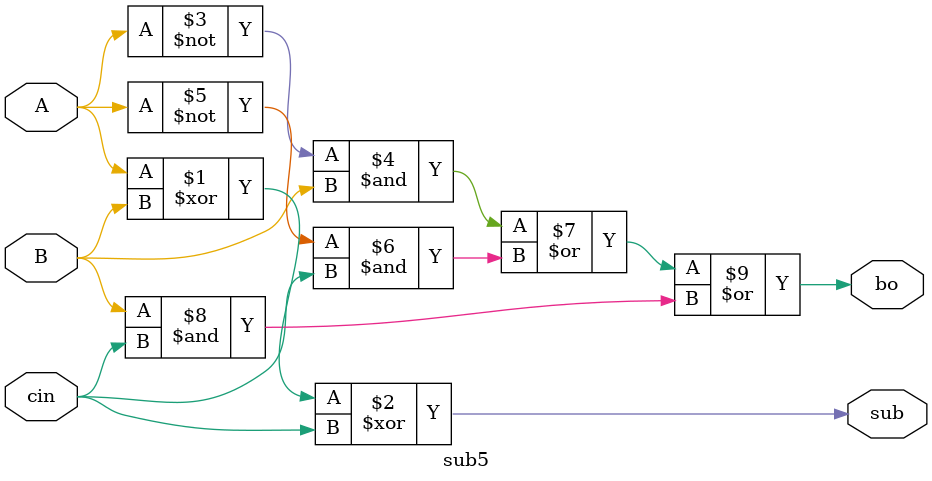
<source format=v>
module sub5(A,B,cin,sub,bo);

	input A,B,cin;
	output sub,bo;

	assign sub = A^B^cin;
	assign bo = (~A&B)|(~A&cin)|(B&cin);

endmodule
</source>
